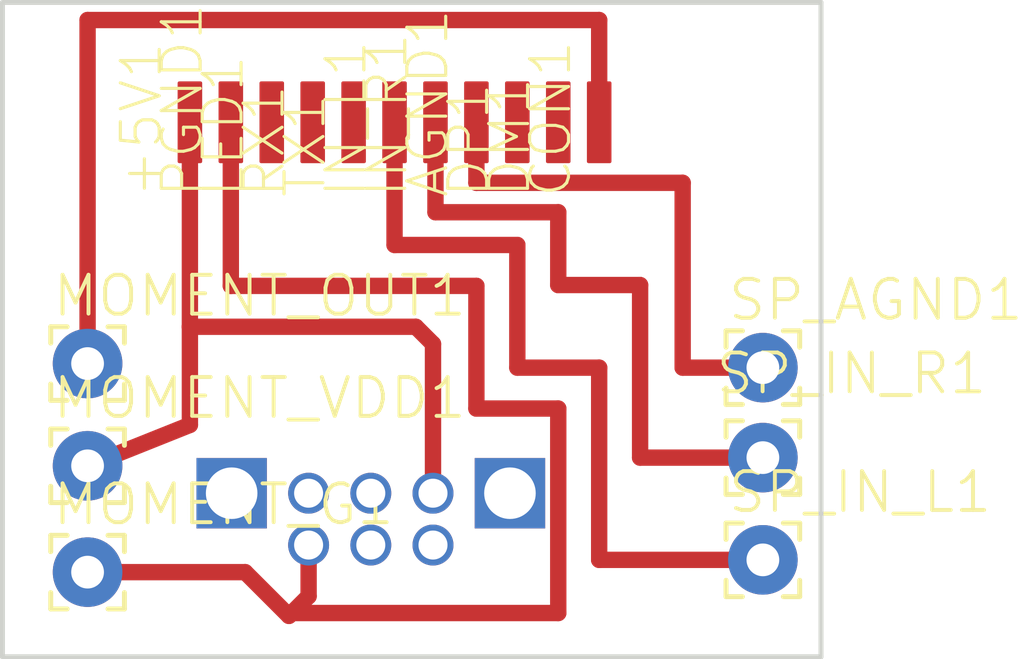
<source format=kicad_pcb>
(kicad_pcb (version 20171130) (host pcbnew "(5.1.7)-1")

  (general
    (thickness 1.6)
    (drawings 4)
    (tracks 35)
    (zones 0)
    (modules 18)
    (nets 16)
  )

  (page A4)
  (layers
    (0 Top signal)
    (31 Bottom signal)
    (32 B.Adhes user)
    (33 F.Adhes user)
    (34 B.Paste user)
    (35 F.Paste user)
    (36 B.SilkS user)
    (37 F.SilkS user)
    (38 B.Mask user)
    (39 F.Mask user)
    (40 Dwgs.User user)
    (41 Cmts.User user)
    (42 Eco1.User user)
    (43 Eco2.User user)
    (44 Edge.Cuts user)
    (45 Margin user)
    (46 B.CrtYd user)
    (47 F.CrtYd user)
    (48 B.Fab user)
    (49 F.Fab user)
  )

  (setup
    (last_trace_width 0.25)
    (trace_clearance 0.1524)
    (zone_clearance 0.508)
    (zone_45_only no)
    (trace_min 0.2)
    (via_size 0.8)
    (via_drill 0.4)
    (via_min_size 0.4)
    (via_min_drill 0.3)
    (uvia_size 0.3)
    (uvia_drill 0.1)
    (uvias_allowed no)
    (uvia_min_size 0.2)
    (uvia_min_drill 0.1)
    (edge_width 0.05)
    (segment_width 0.2)
    (pcb_text_width 0.3)
    (pcb_text_size 1.5 1.5)
    (mod_edge_width 0.12)
    (mod_text_size 1 1)
    (mod_text_width 0.15)
    (pad_size 1.524 1.524)
    (pad_drill 0.762)
    (pad_to_mask_clearance 0)
    (aux_axis_origin 0 0)
    (visible_elements FFFFFF7F)
    (pcbplotparams
      (layerselection 0x010fc_ffffffff)
      (usegerberextensions false)
      (usegerberattributes true)
      (usegerberadvancedattributes true)
      (creategerberjobfile true)
      (excludeedgelayer true)
      (linewidth 0.100000)
      (plotframeref false)
      (viasonmask false)
      (mode 1)
      (useauxorigin false)
      (hpglpennumber 1)
      (hpglpenspeed 20)
      (hpglpendiameter 15.000000)
      (psnegative false)
      (psa4output false)
      (plotreference true)
      (plotvalue true)
      (plotinvisibletext false)
      (padsonsilk false)
      (subtractmaskfromsilk false)
      (outputformat 1)
      (mirror false)
      (drillshape 1)
      (scaleselection 1)
      (outputdirectory ""))
  )

  (net 0 "")
  (net 1 "Net-(U$1-PadSD)")
  (net 2 "Net-(U$1-PadSO)")
  (net 3 "Net-(U$1-PadSC)")
  (net 4 "Net-(U$1-PadSI)")
  (net 5 "Net-(MOMENT_G1-Pad1)")
  (net 6 "Net-(+5V1-Pad1)")
  (net 7 "Net-(CON1-Pad1)")
  (net 8 "Net-(DM1-Pad1)")
  (net 9 "Net-(DP1-Pad1)")
  (net 10 "Net-(AGND1-Pad1)")
  (net 11 "Net-(IN_R1-Pad1)")
  (net 12 "Net-(IN_L1-Pad1)")
  (net 13 "Net-(TX1-Pad1)")
  (net 14 "Net-(RX1-Pad1)")
  (net 15 "Net-(LED1-Pad1)")

  (net_class Default "This is the default net class."
    (clearance 0.1524)
    (trace_width 0.25)
    (via_dia 0.8)
    (via_drill 0.4)
    (uvia_dia 0.3)
    (uvia_drill 0.1)
    (add_net "Net-(+5V1-Pad1)")
    (add_net "Net-(AGND1-Pad1)")
    (add_net "Net-(CON1-Pad1)")
    (add_net "Net-(DM1-Pad1)")
    (add_net "Net-(DP1-Pad1)")
    (add_net "Net-(IN_L1-Pad1)")
    (add_net "Net-(IN_R1-Pad1)")
    (add_net "Net-(LED1-Pad1)")
    (add_net "Net-(MOMENT_G1-Pad1)")
    (add_net "Net-(RX1-Pad1)")
    (add_net "Net-(TX1-Pad1)")
    (add_net "Net-(U$1-PadSC)")
    (add_net "Net-(U$1-PadSD)")
    (add_net "Net-(U$1-PadSI)")
    (add_net "Net-(U$1-PadSO)")
  )

  (module "gba link:GBA-LINK-ALT" (layer Top) (tedit 0) (tstamp 5F98BB48)
    (at 138.43 97.79)
    (path /89E33A62)
    (fp_text reference U$1 (at 0 0) (layer F.SilkS) hide
      (effects (font (size 1.27 1.27) (thickness 0.15)))
    )
    (fp_text value GBA-LINKA (at 0 0) (layer F.SilkS) hide
      (effects (font (size 1.27 1.27) (thickness 0.15)))
    )
    (fp_line (start -2.794 0.381) (end 2.794 0.381) (layer F.Fab) (width 0.127))
    (pad GND thru_hole circle (at -1.93 1.61 270) (size 1.27 1.27) (drill 0.9) (layers *.Cu *.Mask)
      (net 5 "Net-(MOMENT_G1-Pad1)") (solder_mask_margin 0.0508))
    (pad SD thru_hole circle (at 0 1.61 270) (size 1.27 1.27) (drill 0.9) (layers *.Cu *.Mask)
      (net 1 "Net-(U$1-PadSD)") (solder_mask_margin 0.0508))
    (pad SO thru_hole circle (at 1.93 1.61 270) (size 1.27 1.27) (drill 0.9) (layers *.Cu *.Mask)
      (net 2 "Net-(U$1-PadSO)") (solder_mask_margin 0.0508))
    (pad SC thru_hole circle (at -1.93 0 90) (size 1.27 1.27) (drill 0.9) (layers *.Cu *.Mask)
      (net 3 "Net-(U$1-PadSC)") (solder_mask_margin 0.0508))
    (pad SI thru_hole circle (at 0 0 90) (size 1.27 1.27) (drill 0.9) (layers *.Cu *.Mask)
      (net 4 "Net-(U$1-PadSI)") (solder_mask_margin 0.0508))
    (pad VCC thru_hole circle (at 1.93 0 90) (size 1.27 1.27) (drill 0.9) (layers *.Cu *.Mask)
      (net 6 "Net-(+5V1-Pad1)") (solder_mask_margin 0.0508))
    (pad S$2 thru_hole rect (at 4.318 0 90) (size 2.1844 2.1844) (drill 1.6) (layers *.Cu *.Mask)
      (solder_mask_margin 0.0508))
    (pad S$1 thru_hole rect (at -4.318 0 90) (size 2.1844 2.1844) (drill 1.6) (layers *.Cu *.Mask)
      (solder_mask_margin 0.0508))
  )

  (module "gba link:SMD1,27-2,54" (layer Top) (tedit 0) (tstamp 5F98BB54)
    (at 145.5166 86.2711)
    (descr "<b>SMD PAD</b>")
    (path /C7CBE494)
    (fp_text reference CON1 (at -0.8 2.4 90) (layer F.SilkS)
      (effects (font (size 1.2065 1.2065) (thickness 0.09652)) (justify left bottom))
    )
    (fp_text value SMD2 (at 0 0) (layer F.Fab)
      (effects (font (size 0.02413 0.02413) (thickness 0.00193)) (justify left bottom))
    )
    (pad 1 smd roundrect (at 0 0) (size 0.762 2.54) (layers Top F.Paste F.Mask) (roundrect_rratio 0.06666666666666667)
      (net 7 "Net-(CON1-Pad1)") (solder_mask_margin 0.0508) (solder_paste_margin -0.0508))
  )

  (module "gba link:SMD1,27-2,54" (layer Top) (tedit 0) (tstamp 5F98BB58)
    (at 144.2466 86.2711)
    (descr "<b>SMD PAD</b>")
    (path /41FD645F)
    (fp_text reference DM1 (at -0.8 2.4 90) (layer F.SilkS)
      (effects (font (size 1.2065 1.2065) (thickness 0.09652)) (justify left bottom))
    )
    (fp_text value SMD2 (at 0 0) (layer F.Fab)
      (effects (font (size 0.02413 0.02413) (thickness 0.00193)) (justify left bottom))
    )
    (pad 1 smd roundrect (at 0 0) (size 0.762 2.54) (layers Top F.Paste F.Mask) (roundrect_rratio 0.06666666666666667)
      (net 8 "Net-(DM1-Pad1)") (solder_mask_margin 0.0508) (solder_paste_margin -0.0508))
  )

  (module "gba link:SMD1,27-2,54" (layer Top) (tedit 0) (tstamp 5F98BB5C)
    (at 142.9766 86.2711)
    (descr "<b>SMD PAD</b>")
    (path /358A5E1B)
    (fp_text reference DP1 (at -0.8 2.4 90) (layer F.SilkS)
      (effects (font (size 1.2065 1.2065) (thickness 0.09652)) (justify left bottom))
    )
    (fp_text value SMD2 (at 0 0) (layer F.Fab)
      (effects (font (size 0.02413 0.02413) (thickness 0.00193)) (justify left bottom))
    )
    (pad 1 smd roundrect (at 0 0) (size 0.762 2.54) (layers Top F.Paste F.Mask) (roundrect_rratio 0.06666666666666667)
      (net 9 "Net-(DP1-Pad1)") (solder_mask_margin 0.0508) (solder_paste_margin -0.0508))
  )

  (module "gba link:SMD1,27-2,54" (layer Top) (tedit 0) (tstamp 5F98BB60)
    (at 141.7066 86.2711)
    (descr "<b>SMD PAD</b>")
    (path /710759E6)
    (fp_text reference AGND1 (at -0.8 2.4 90) (layer F.SilkS)
      (effects (font (size 1.2065 1.2065) (thickness 0.09652)) (justify left bottom))
    )
    (fp_text value SMD2 (at 0 0) (layer F.Fab)
      (effects (font (size 0.02413 0.02413) (thickness 0.00193)) (justify left bottom))
    )
    (pad 1 smd roundrect (at 0 0) (size 0.762 2.54) (layers Top F.Paste F.Mask) (roundrect_rratio 0.06666666666666667)
      (net 10 "Net-(AGND1-Pad1)") (solder_mask_margin 0.0508) (solder_paste_margin -0.0508))
  )

  (module "gba link:SMD1,27-2,54" (layer Top) (tedit 0) (tstamp 5F98BB64)
    (at 140.4366 86.2711)
    (descr "<b>SMD PAD</b>")
    (path /4AE444A6)
    (fp_text reference IN_R1 (at -0.8 2.4 90) (layer F.SilkS)
      (effects (font (size 1.2065 1.2065) (thickness 0.09652)) (justify left bottom))
    )
    (fp_text value SMD2 (at 0 0) (layer F.Fab)
      (effects (font (size 0.02413 0.02413) (thickness 0.00193)) (justify left bottom))
    )
    (pad 1 smd roundrect (at 0 0) (size 0.762 2.54) (layers Top F.Paste F.Mask) (roundrect_rratio 0.06666666666666667)
      (net 11 "Net-(IN_R1-Pad1)") (solder_mask_margin 0.0508) (solder_paste_margin -0.0508))
  )

  (module "gba link:SMD1,27-2,54" (layer Top) (tedit 0) (tstamp 5F98BB68)
    (at 139.1666 86.2711)
    (descr "<b>SMD PAD</b>")
    (path /98FA967E)
    (fp_text reference IN_L1 (at -0.8 2.4 90) (layer F.SilkS)
      (effects (font (size 1.2065 1.2065) (thickness 0.09652)) (justify left bottom))
    )
    (fp_text value SMD2 (at 0 0) (layer F.Fab)
      (effects (font (size 0.02413 0.02413) (thickness 0.00193)) (justify left bottom))
    )
    (pad 1 smd roundrect (at 0 0) (size 0.762 2.54) (layers Top F.Paste F.Mask) (roundrect_rratio 0.06666666666666667)
      (net 12 "Net-(IN_L1-Pad1)") (solder_mask_margin 0.0508) (solder_paste_margin -0.0508))
  )

  (module "gba link:SMD1,27-2,54" (layer Top) (tedit 0) (tstamp 5F98BB6C)
    (at 137.8966 86.2711)
    (descr "<b>SMD PAD</b>")
    (path /73929B28)
    (fp_text reference TX1 (at -0.8 2.4 90) (layer F.SilkS)
      (effects (font (size 1.2065 1.2065) (thickness 0.09652)) (justify left bottom))
    )
    (fp_text value SMD2 (at 0 0) (layer F.Fab)
      (effects (font (size 0.02413 0.02413) (thickness 0.00193)) (justify left bottom))
    )
    (pad 1 smd roundrect (at 0 0) (size 0.762 2.54) (layers Top F.Paste F.Mask) (roundrect_rratio 0.06666666666666667)
      (net 13 "Net-(TX1-Pad1)") (solder_mask_margin 0.0508) (solder_paste_margin -0.0508))
  )

  (module "gba link:SMD1,27-2,54" (layer Top) (tedit 0) (tstamp 5F98BB70)
    (at 136.6266 86.2711)
    (descr "<b>SMD PAD</b>")
    (path /249BA167)
    (fp_text reference RX1 (at -0.8 2.4 90) (layer F.SilkS)
      (effects (font (size 1.2065 1.2065) (thickness 0.09652)) (justify left bottom))
    )
    (fp_text value SMD2 (at 0 0) (layer F.Fab)
      (effects (font (size 0.02413 0.02413) (thickness 0.00193)) (justify left bottom))
    )
    (pad 1 smd roundrect (at 0 0) (size 0.762 2.54) (layers Top F.Paste F.Mask) (roundrect_rratio 0.06666666666666667)
      (net 14 "Net-(RX1-Pad1)") (solder_mask_margin 0.0508) (solder_paste_margin -0.0508))
  )

  (module "gba link:SMD1,27-2,54" (layer Top) (tedit 0) (tstamp 5F98BB74)
    (at 135.3566 86.2711)
    (descr "<b>SMD PAD</b>")
    (path /30738FB3)
    (fp_text reference LED1 (at -0.8 2.4 90) (layer F.SilkS)
      (effects (font (size 1.2065 1.2065) (thickness 0.09652)) (justify left bottom))
    )
    (fp_text value SMD2 (at 0 0) (layer F.Fab)
      (effects (font (size 0.02413 0.02413) (thickness 0.00193)) (justify left bottom))
    )
    (pad 1 smd roundrect (at 0 0) (size 0.762 2.54) (layers Top F.Paste F.Mask) (roundrect_rratio 0.06666666666666667)
      (net 15 "Net-(LED1-Pad1)") (solder_mask_margin 0.0508) (solder_paste_margin -0.0508))
  )

  (module "gba link:SMD1,27-2,54" (layer Top) (tedit 0) (tstamp 5F98BB78)
    (at 134.0866 86.2711)
    (descr "<b>SMD PAD</b>")
    (path /81B7A3A3)
    (fp_text reference PGND1 (at -0.8 2.4 90) (layer F.SilkS)
      (effects (font (size 1.2065 1.2065) (thickness 0.09652)) (justify left bottom))
    )
    (fp_text value SMD2 (at 0 0) (layer F.Fab)
      (effects (font (size 0.02413 0.02413) (thickness 0.00193)) (justify left bottom))
    )
    (pad 1 smd roundrect (at 0 0) (size 0.762 2.54) (layers Top F.Paste F.Mask) (roundrect_rratio 0.06666666666666667)
      (net 5 "Net-(MOMENT_G1-Pad1)") (solder_mask_margin 0.0508) (solder_paste_margin -0.0508))
  )

  (module "gba link:SMD1,27-2,54" (layer Top) (tedit 0) (tstamp 5F98BB7C)
    (at 132.8166 86.2711)
    (descr "<b>SMD PAD</b>")
    (path /114EFE9F)
    (fp_text reference +5V1 (at -0.8 2.4 90) (layer F.SilkS)
      (effects (font (size 1.2065 1.2065) (thickness 0.09652)) (justify left bottom))
    )
    (fp_text value SMD2 (at 0 0) (layer F.Fab)
      (effects (font (size 0.02413 0.02413) (thickness 0.00193)) (justify left bottom))
    )
    (pad 1 smd roundrect (at 0 0) (size 0.762 2.54) (layers Top F.Paste F.Mask) (roundrect_rratio 0.06666666666666667)
      (net 6 "Net-(+5V1-Pad1)") (solder_mask_margin 0.0508) (solder_paste_margin -0.0508))
  )

  (module "gba link:2,15_1,0" (layer Top) (tedit 0) (tstamp 5F98BB80)
    (at 150.5966 96.6851)
    (descr "<b>THROUGH-HOLE PAD</b>")
    (path /756EBC59)
    (fp_text reference SP_IN_R1 (at -1.524 -1.905) (layer F.SilkS)
      (effects (font (size 1.2065 1.2065) (thickness 0.12065)) (justify left bottom))
    )
    (fp_text value 2,15_1,0 (at 0 -1.2) (layer F.Fab)
      (effects (font (size 0.02413 0.02413) (thickness 0.00193)) (justify left bottom))
    )
    (fp_circle (center 0 0) (end 1.016 0) (layer F.Fab) (width 0.1524))
    (fp_line (start -1.143 1.143) (end -0.635 1.143) (layer F.SilkS) (width 0.1524))
    (fp_line (start -1.143 0.635) (end -1.143 1.143) (layer F.SilkS) (width 0.1524))
    (fp_line (start -1.143 -1.143) (end -1.143 -0.635) (layer F.SilkS) (width 0.1524))
    (fp_line (start -0.635 -1.143) (end -1.143 -1.143) (layer F.SilkS) (width 0.1524))
    (fp_line (start 1.143 -1.143) (end 0.635 -1.143) (layer F.SilkS) (width 0.1524))
    (fp_line (start 1.143 -0.635) (end 1.143 -1.143) (layer F.SilkS) (width 0.1524))
    (fp_line (start 1.143 1.143) (end 0.635 1.143) (layer F.SilkS) (width 0.1524))
    (fp_line (start 1.143 1.143) (end 1.143 0.635) (layer F.SilkS) (width 0.1524))
    (pad 1 thru_hole circle (at 0 0) (size 2.159 2.159) (drill 1.016) (layers *.Cu *.Mask)
      (net 11 "Net-(IN_R1-Pad1)") (solder_mask_margin 0.0508))
  )

  (module "gba link:2,15_1,0" (layer Top) (tedit 0) (tstamp 5F98BB8D)
    (at 150.5966 99.8601)
    (descr "<b>THROUGH-HOLE PAD</b>")
    (path /9A253EC9)
    (fp_text reference SP_IN_L1 (at -1.143 -1.397) (layer F.SilkS)
      (effects (font (size 1.2065 1.2065) (thickness 0.12065)) (justify left bottom))
    )
    (fp_text value 2,15_1,0 (at 0 -1) (layer F.Fab)
      (effects (font (size 0.02413 0.02413) (thickness 0.00193)) (justify left bottom))
    )
    (fp_circle (center 0 0) (end 1.016 0) (layer F.Fab) (width 0.1524))
    (fp_line (start -1.143 1.143) (end -0.635 1.143) (layer F.SilkS) (width 0.1524))
    (fp_line (start -1.143 0.635) (end -1.143 1.143) (layer F.SilkS) (width 0.1524))
    (fp_line (start -1.143 -1.143) (end -1.143 -0.635) (layer F.SilkS) (width 0.1524))
    (fp_line (start -0.635 -1.143) (end -1.143 -1.143) (layer F.SilkS) (width 0.1524))
    (fp_line (start 1.143 -1.143) (end 0.635 -1.143) (layer F.SilkS) (width 0.1524))
    (fp_line (start 1.143 -0.635) (end 1.143 -1.143) (layer F.SilkS) (width 0.1524))
    (fp_line (start 1.143 1.143) (end 0.635 1.143) (layer F.SilkS) (width 0.1524))
    (fp_line (start 1.143 1.143) (end 1.143 0.635) (layer F.SilkS) (width 0.1524))
    (pad 1 thru_hole circle (at 0 0) (size 2.159 2.159) (drill 1.016) (layers *.Cu *.Mask)
      (net 12 "Net-(IN_L1-Pad1)") (solder_mask_margin 0.0508))
  )

  (module "gba link:2,15_1,0" (layer Top) (tedit 0) (tstamp 5F98BB9A)
    (at 150.5966 93.8911)
    (descr "<b>THROUGH-HOLE PAD</b>")
    (path /2D5C614B)
    (fp_text reference SP_AGND1 (at -1.143 -1.397) (layer F.SilkS)
      (effects (font (size 1.2065 1.2065) (thickness 0.12065)) (justify left bottom))
    )
    (fp_text value 2,15_1,0 (at 0 -1) (layer F.Fab)
      (effects (font (size 0.02413 0.02413) (thickness 0.00193)) (justify left bottom))
    )
    (fp_circle (center 0 0) (end 1.016 0) (layer F.Fab) (width 0.1524))
    (fp_line (start -1.143 1.143) (end -0.635 1.143) (layer F.SilkS) (width 0.1524))
    (fp_line (start -1.143 0.635) (end -1.143 1.143) (layer F.SilkS) (width 0.1524))
    (fp_line (start -1.143 -1.143) (end -1.143 -0.635) (layer F.SilkS) (width 0.1524))
    (fp_line (start -0.635 -1.143) (end -1.143 -1.143) (layer F.SilkS) (width 0.1524))
    (fp_line (start 1.143 -1.143) (end 0.635 -1.143) (layer F.SilkS) (width 0.1524))
    (fp_line (start 1.143 -0.635) (end 1.143 -1.143) (layer F.SilkS) (width 0.1524))
    (fp_line (start 1.143 1.143) (end 0.635 1.143) (layer F.SilkS) (width 0.1524))
    (fp_line (start 1.143 1.143) (end 1.143 0.635) (layer F.SilkS) (width 0.1524))
    (pad 1 thru_hole circle (at 0 0) (size 2.159 2.159) (drill 1.016) (layers *.Cu *.Mask)
      (net 10 "Net-(AGND1-Pad1)") (solder_mask_margin 0.0508))
  )

  (module "gba link:2,15_1,0" (layer Top) (tedit 0) (tstamp 5F98BBA7)
    (at 129.6416 100.2411)
    (descr "<b>THROUGH-HOLE PAD</b>")
    (path /30E4D4E3)
    (fp_text reference MOMENT_G1 (at -1.143 -1.397) (layer F.SilkS)
      (effects (font (size 1.2065 1.2065) (thickness 0.12065)) (justify left bottom))
    )
    (fp_text value 2,15_1,0 (at 0 -1) (layer F.Fab)
      (effects (font (size 0.02413 0.02413) (thickness 0.00193)) (justify left bottom))
    )
    (fp_circle (center 0 0) (end 1.016 0) (layer F.Fab) (width 0.1524))
    (fp_line (start -1.143 1.143) (end -0.635 1.143) (layer F.SilkS) (width 0.1524))
    (fp_line (start -1.143 0.635) (end -1.143 1.143) (layer F.SilkS) (width 0.1524))
    (fp_line (start -1.143 -1.143) (end -1.143 -0.635) (layer F.SilkS) (width 0.1524))
    (fp_line (start -0.635 -1.143) (end -1.143 -1.143) (layer F.SilkS) (width 0.1524))
    (fp_line (start 1.143 -1.143) (end 0.635 -1.143) (layer F.SilkS) (width 0.1524))
    (fp_line (start 1.143 -0.635) (end 1.143 -1.143) (layer F.SilkS) (width 0.1524))
    (fp_line (start 1.143 1.143) (end 0.635 1.143) (layer F.SilkS) (width 0.1524))
    (fp_line (start 1.143 1.143) (end 1.143 0.635) (layer F.SilkS) (width 0.1524))
    (pad 1 thru_hole circle (at 0 0) (size 2.159 2.159) (drill 1.016) (layers *.Cu *.Mask)
      (net 5 "Net-(MOMENT_G1-Pad1)") (solder_mask_margin 0.0508))
  )

  (module "gba link:2,15_1,0" (layer Top) (tedit 0) (tstamp 5F98BBB4)
    (at 129.6416 96.9391)
    (descr "<b>THROUGH-HOLE PAD</b>")
    (path /3EFD547C)
    (fp_text reference MOMENT_VDD1 (at -1.143 -1.397) (layer F.SilkS)
      (effects (font (size 1.2065 1.2065) (thickness 0.12065)) (justify left bottom))
    )
    (fp_text value 2,15_1,0 (at 0 -1) (layer F.Fab)
      (effects (font (size 0.02413 0.02413) (thickness 0.00193)) (justify left bottom))
    )
    (fp_circle (center 0 0) (end 1.016 0) (layer F.Fab) (width 0.1524))
    (fp_line (start -1.143 1.143) (end -0.635 1.143) (layer F.SilkS) (width 0.1524))
    (fp_line (start -1.143 0.635) (end -1.143 1.143) (layer F.SilkS) (width 0.1524))
    (fp_line (start -1.143 -1.143) (end -1.143 -0.635) (layer F.SilkS) (width 0.1524))
    (fp_line (start -0.635 -1.143) (end -1.143 -1.143) (layer F.SilkS) (width 0.1524))
    (fp_line (start 1.143 -1.143) (end 0.635 -1.143) (layer F.SilkS) (width 0.1524))
    (fp_line (start 1.143 -0.635) (end 1.143 -1.143) (layer F.SilkS) (width 0.1524))
    (fp_line (start 1.143 1.143) (end 0.635 1.143) (layer F.SilkS) (width 0.1524))
    (fp_line (start 1.143 1.143) (end 1.143 0.635) (layer F.SilkS) (width 0.1524))
    (pad 1 thru_hole circle (at 0 0) (size 2.159 2.159) (drill 1.016) (layers *.Cu *.Mask)
      (net 6 "Net-(+5V1-Pad1)") (solder_mask_margin 0.0508))
  )

  (module "gba link:2,15_1,0" (layer Top) (tedit 0) (tstamp 5F98BBC1)
    (at 129.6416 93.7641)
    (descr "<b>THROUGH-HOLE PAD</b>")
    (path /1E260AF2)
    (fp_text reference MOMENT_OUT1 (at -1.143 -1.397) (layer F.SilkS)
      (effects (font (size 1.2065 1.2065) (thickness 0.12065)) (justify left bottom))
    )
    (fp_text value 2,15_1,0 (at 0 -1) (layer F.Fab)
      (effects (font (size 0.02413 0.02413) (thickness 0.00193)) (justify left bottom))
    )
    (fp_circle (center 0 0) (end 1.016 0) (layer F.Fab) (width 0.1524))
    (fp_line (start -1.143 1.143) (end -0.635 1.143) (layer F.SilkS) (width 0.1524))
    (fp_line (start -1.143 0.635) (end -1.143 1.143) (layer F.SilkS) (width 0.1524))
    (fp_line (start -1.143 -1.143) (end -1.143 -0.635) (layer F.SilkS) (width 0.1524))
    (fp_line (start -0.635 -1.143) (end -1.143 -1.143) (layer F.SilkS) (width 0.1524))
    (fp_line (start 1.143 -1.143) (end 0.635 -1.143) (layer F.SilkS) (width 0.1524))
    (fp_line (start 1.143 -0.635) (end 1.143 -1.143) (layer F.SilkS) (width 0.1524))
    (fp_line (start 1.143 1.143) (end 0.635 1.143) (layer F.SilkS) (width 0.1524))
    (fp_line (start 1.143 1.143) (end 1.143 0.635) (layer F.SilkS) (width 0.1524))
    (pad 1 thru_hole circle (at 0 0) (size 2.159 2.159) (drill 1.016) (layers *.Cu *.Mask)
      (net 7 "Net-(CON1-Pad1)") (solder_mask_margin 0.0508))
  )

  (gr_line (start 127 82.55) (end 127 102.87) (layer Edge.Cuts) (width 0.1524) (tstamp 198FCE20))
  (gr_line (start 127 102.87) (end 152.4 102.87) (layer Edge.Cuts) (width 0.1524) (tstamp 198FDAA0))
  (gr_line (start 152.4 102.87) (end 152.4 82.55) (layer Edge.Cuts) (width 0.1524) (tstamp 198FC560))
  (gr_line (start 152.4 82.55) (end 127 82.55) (layer Edge.Cuts) (width 0.1524) (tstamp 198FDB40))

  (segment (start 132.8166 92.6211) (end 132.8166 86.2711) (width 0.508) (layer Top) (net 6) (tstamp 186C8ED0))
  (segment (start 139.8266 92.6211) (end 132.8166 92.6211) (width 0.508) (layer Top) (net 6) (tstamp 186C8F70))
  (segment (start 129.6416 96.9391) (end 132.8166 95.6691) (width 0.508) (layer Top) (net 6) (tstamp 186C6B30))
  (segment (start 132.8166 95.6691) (end 132.8166 92.6211) (width 0.508) (layer Top) (net 6) (tstamp 186C8610))
  (segment (start 134.0866 91.3511) (end 134.0866 86.2711) (width 0.508) (layer Top) (net 5) (tstamp 186C7210))
  (segment (start 144.2466 101.5111) (end 144.2466 95.1611) (width 0.508) (layer Top) (net 5) (tstamp 186C8070))
  (segment (start 141.7066 91.3511) (end 134.0866 91.3511) (width 0.508) (layer Top) (net 5) (tstamp 186C7AD0))
  (segment (start 135.9666 101.5111) (end 144.2466 101.5111) (width 0.508) (layer Top) (net 5) (tstamp 186C7670))
  (segment (start 144.2466 95.1611) (end 141.7066 95.1611) (width 0.508) (layer Top) (net 5) (tstamp 186C7990))
  (segment (start 141.7066 95.1611) (end 141.7066 91.3511) (width 0.508) (layer Top) (net 5) (tstamp 186C8570))
  (segment (start 129.6416 100.2411) (end 134.5311 100.2411) (width 0.508) (layer Top) (net 5))
  (segment (start 134.5311 100.2411) (end 135.89 101.6) (width 0.508) (layer Top) (net 5))
  (segment (start 136.5 100.99) (end 136.5 99.4) (width 0.508) (layer Top) (net 5))
  (segment (start 135.89 101.6) (end 136.5 100.99) (width 0.508) (layer Top) (net 5))
  (segment (start 140.36 93.1545) (end 139.8266 92.6211) (width 0.508) (layer Top) (net 6))
  (segment (start 140.36 97.79) (end 140.36 93.1545) (width 0.508) (layer Top) (net 6))
  (segment (start 150.5966 93.8911) (end 148.1074 93.8911) (width 0.508) (layer Top) (net 10) (tstamp 186C7850))
  (segment (start 148.1074 93.8911) (end 148.1074 88.1507) (width 0.508) (layer Top) (net 10) (tstamp 186C6BD0))
  (segment (start 148.1074 88.1507) (end 141.7066 88.1507) (width 0.508) (layer Top) (net 10) (tstamp 186C7CB0))
  (segment (start 141.7066 88.1507) (end 141.7066 86.2711) (width 0.508) (layer Top) (net 10) (tstamp 186C78F0))
  (segment (start 146.7866 91.3257) (end 144.2466 91.3257) (width 0.508) (layer Top) (net 11) (tstamp 186C6F90))
  (segment (start 146.7866 91.3257) (end 146.7866 96.6851) (width 0.508) (layer Top) (net 11) (tstamp 186C8110))
  (segment (start 146.7866 96.6851) (end 150.5966 96.6851) (width 0.508) (layer Top) (net 11) (tstamp 186C8430))
  (segment (start 144.2466 91.3257) (end 144.2466 89.0651) (width 0.508) (layer Top) (net 11) (tstamp 186C6C70))
  (segment (start 144.2466 89.0651) (end 140.4366 89.0651) (width 0.508) (layer Top) (net 11) (tstamp 186C86B0))
  (segment (start 140.4366 89.0651) (end 140.4366 86.2711) (width 0.508) (layer Top) (net 11) (tstamp 186C6DB0))
  (segment (start 150.5966 99.8601) (end 145.5166 99.8601) (width 0.508) (layer Top) (net 12) (tstamp 186C8390))
  (segment (start 145.5166 99.8601) (end 145.5166 93.8911) (width 0.508) (layer Top) (net 12) (tstamp 186C72B0))
  (segment (start 145.5166 93.8911) (end 142.9766 93.8911) (width 0.508) (layer Top) (net 12) (tstamp 186C6590))
  (segment (start 142.9766 93.8911) (end 142.9766 90.0811) (width 0.508) (layer Top) (net 12) (tstamp 186C7C10))
  (segment (start 142.9766 90.0811) (end 139.1666 90.0811) (width 0.508) (layer Top) (net 12) (tstamp 186C7350))
  (segment (start 139.1666 90.0811) (end 139.1666 86.2711) (width 0.508) (layer Top) (net 12) (tstamp 186C7D50))
  (segment (start 129.6416 93.7641) (end 129.6416 83.0961) (width 0.508) (layer Top) (net 7) (tstamp 186C6D10))
  (segment (start 145.5166 83.0961) (end 145.5166 86.2711) (width 0.508) (layer Top) (net 7) (tstamp 186C66D0))
  (segment (start 129.6416 83.0961) (end 145.5166 83.0961) (width 0.508) (layer Top) (net 7) (tstamp 186C7F30))

)

</source>
